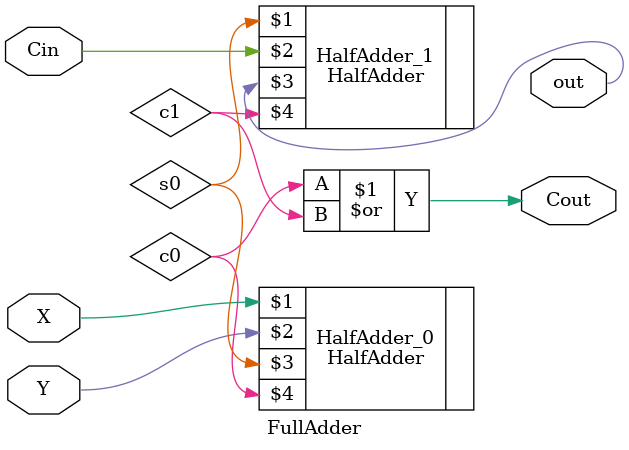
<source format=v>
module FullAdder(X,Y,Cin,out,Cout);

    input X,Y;
    input Cin;
    output out;
    output Cout;

    wire s0,c0,c1;

    HalfAdder HalfAdder_0(X,Y,s0,c0);
    HalfAdder HalfAdder_1(s0,Cin,out,c1);

    assign Cout = c0 | c1;
endmodule

</source>
